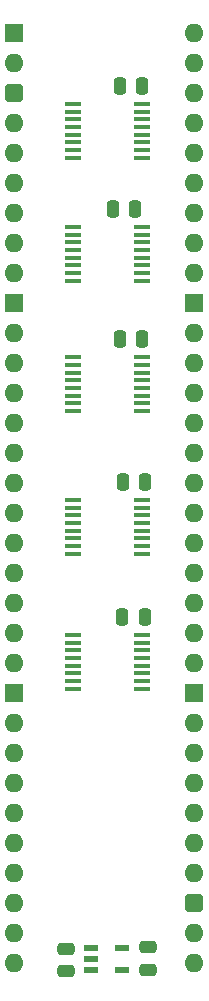
<source format=gts>
%TF.GenerationSoftware,KiCad,Pcbnew,8.0.4*%
%TF.CreationDate,2024-08-23T09:08:50+02:00*%
%TF.ProjectId,Selector 18bit,53656c65-6374-46f7-9220-31386269742e,V1*%
%TF.SameCoordinates,PX525bfc0PY43d3480*%
%TF.FileFunction,Soldermask,Top*%
%TF.FilePolarity,Negative*%
%FSLAX46Y46*%
G04 Gerber Fmt 4.6, Leading zero omitted, Abs format (unit mm)*
G04 Created by KiCad (PCBNEW 8.0.4) date 2024-08-23 09:08:50*
%MOMM*%
%LPD*%
G01*
G04 APERTURE LIST*
G04 Aperture macros list*
%AMRoundRect*
0 Rectangle with rounded corners*
0 $1 Rounding radius*
0 $2 $3 $4 $5 $6 $7 $8 $9 X,Y pos of 4 corners*
0 Add a 4 corners polygon primitive as box body*
4,1,4,$2,$3,$4,$5,$6,$7,$8,$9,$2,$3,0*
0 Add four circle primitives for the rounded corners*
1,1,$1+$1,$2,$3*
1,1,$1+$1,$4,$5*
1,1,$1+$1,$6,$7*
1,1,$1+$1,$8,$9*
0 Add four rect primitives between the rounded corners*
20,1,$1+$1,$2,$3,$4,$5,0*
20,1,$1+$1,$4,$5,$6,$7,0*
20,1,$1+$1,$6,$7,$8,$9,0*
20,1,$1+$1,$8,$9,$2,$3,0*%
G04 Aperture macros list end*
%ADD10R,1.450000X0.450000*%
%ADD11RoundRect,0.250000X0.475000X-0.250000X0.475000X0.250000X-0.475000X0.250000X-0.475000X-0.250000X0*%
%ADD12RoundRect,0.250000X0.250000X0.475000X-0.250000X0.475000X-0.250000X-0.475000X0.250000X-0.475000X0*%
%ADD13R,1.600000X1.600000*%
%ADD14O,1.600000X1.600000*%
%ADD15RoundRect,0.400000X-0.400000X-0.400000X0.400000X-0.400000X0.400000X0.400000X-0.400000X0.400000X0*%
%ADD16R,1.150000X0.600000*%
G04 APERTURE END LIST*
D10*
%TO.C,IC1*%
X4949000Y-27443000D03*
X4949000Y-28093000D03*
X4949000Y-28743000D03*
X4949000Y-29393000D03*
X4949000Y-30043000D03*
X4949000Y-30693000D03*
X4949000Y-31343000D03*
X4949000Y-31993000D03*
X10799000Y-31993000D03*
X10799000Y-31343000D03*
X10799000Y-30693000D03*
X10799000Y-30043000D03*
X10799000Y-29393000D03*
X10799000Y-28743000D03*
X10799000Y-28093000D03*
X10799000Y-27443000D03*
%TD*%
D11*
%TO.C,C45*%
X4348000Y-79420000D03*
X4348000Y-77520000D03*
%TD*%
D12*
%TO.C,C1*%
X10840000Y-25908000D03*
X8940000Y-25908000D03*
%TD*%
%TO.C,C5*%
X10840000Y-4445000D03*
X8940000Y-4445000D03*
%TD*%
D11*
%TO.C,C46*%
X11303000Y-79293000D03*
X11303000Y-77393000D03*
%TD*%
D13*
%TO.C,J2*%
X0Y0D03*
D14*
X0Y-2540000D03*
D15*
X0Y-5080000D03*
D14*
X0Y-7620000D03*
X0Y-10160000D03*
X0Y-12700000D03*
X0Y-15240000D03*
X0Y-17780000D03*
X0Y-20320000D03*
D13*
X0Y-22860000D03*
D14*
X0Y-25400000D03*
X0Y-27940000D03*
X0Y-30480000D03*
X0Y-33020000D03*
X0Y-35560000D03*
X0Y-38100000D03*
X0Y-40640000D03*
X0Y-43180000D03*
X0Y-45720000D03*
X0Y-48260000D03*
X0Y-50800000D03*
X0Y-53340000D03*
D13*
X0Y-55880000D03*
D14*
X0Y-58420000D03*
X0Y-60960000D03*
X0Y-63500000D03*
X0Y-66040000D03*
X0Y-68580000D03*
X0Y-71120000D03*
X0Y-73660000D03*
X0Y-76200000D03*
X0Y-78740000D03*
X15240000Y-78740000D03*
X15240000Y-76200000D03*
D15*
X15240000Y-73660000D03*
D14*
X15240000Y-71120000D03*
X15240000Y-68580000D03*
X15240000Y-66040000D03*
X15240000Y-63500000D03*
X15240000Y-60960000D03*
X15240000Y-58420000D03*
D13*
X15240000Y-55880000D03*
D14*
X15240000Y-53340000D03*
X15240000Y-50800000D03*
X15240000Y-48260000D03*
X15240000Y-45720000D03*
X15240000Y-43180000D03*
X15240000Y-40640000D03*
X15240000Y-38100000D03*
X15240000Y-35560000D03*
X15240000Y-33020000D03*
X15240000Y-30480000D03*
X15240000Y-27940000D03*
X15240000Y-25400000D03*
D13*
X15240000Y-22860000D03*
D14*
X15240000Y-20320000D03*
X15240000Y-17780000D03*
X15240000Y-15240000D03*
X15240000Y-12700000D03*
X15240000Y-10160000D03*
X15240000Y-7620000D03*
X15240000Y-5080000D03*
X15240000Y-2540000D03*
X15240000Y0D03*
%TD*%
D10*
%TO.C,IC2*%
X4949000Y-50938000D03*
X4949000Y-51588000D03*
X4949000Y-52238000D03*
X4949000Y-52888000D03*
X4949000Y-53538000D03*
X4949000Y-54188000D03*
X4949000Y-54838000D03*
X4949000Y-55488000D03*
X10799000Y-55488000D03*
X10799000Y-54838000D03*
X10799000Y-54188000D03*
X10799000Y-53538000D03*
X10799000Y-52888000D03*
X10799000Y-52238000D03*
X10799000Y-51588000D03*
X10799000Y-50938000D03*
%TD*%
D16*
%TO.C,IC42*%
X6477000Y-77409000D03*
X6477000Y-78359000D03*
X6477000Y-79309000D03*
X9077000Y-79309000D03*
X9077000Y-77409000D03*
%TD*%
D12*
%TO.C,C2*%
X11094000Y-37973000D03*
X9194000Y-37973000D03*
%TD*%
D10*
%TO.C,IC3*%
X4949000Y-39508000D03*
X4949000Y-40158000D03*
X4949000Y-40808000D03*
X4949000Y-41458000D03*
X4949000Y-42108000D03*
X4949000Y-42758000D03*
X4949000Y-43408000D03*
X4949000Y-44058000D03*
X10799000Y-44058000D03*
X10799000Y-43408000D03*
X10799000Y-42758000D03*
X10799000Y-42108000D03*
X10799000Y-41458000D03*
X10799000Y-40808000D03*
X10799000Y-40158000D03*
X10799000Y-39508000D03*
%TD*%
%TO.C,IC4*%
X4949000Y-16394000D03*
X4949000Y-17044000D03*
X4949000Y-17694000D03*
X4949000Y-18344000D03*
X4949000Y-18994000D03*
X4949000Y-19644000D03*
X4949000Y-20294000D03*
X4949000Y-20944000D03*
X10799000Y-20944000D03*
X10799000Y-20294000D03*
X10799000Y-19644000D03*
X10799000Y-18994000D03*
X10799000Y-18344000D03*
X10799000Y-17694000D03*
X10799000Y-17044000D03*
X10799000Y-16394000D03*
%TD*%
D12*
%TO.C,C4*%
X11044000Y-49403000D03*
X9144000Y-49403000D03*
%TD*%
D10*
%TO.C,IC5*%
X4949000Y-5980000D03*
X4949000Y-6630000D03*
X4949000Y-7280000D03*
X4949000Y-7930000D03*
X4949000Y-8580000D03*
X4949000Y-9230000D03*
X4949000Y-9880000D03*
X4949000Y-10530000D03*
X10799000Y-10530000D03*
X10799000Y-9880000D03*
X10799000Y-9230000D03*
X10799000Y-8580000D03*
X10799000Y-7930000D03*
X10799000Y-7280000D03*
X10799000Y-6630000D03*
X10799000Y-5980000D03*
%TD*%
D12*
%TO.C,C3*%
X10205000Y-14859000D03*
X8305000Y-14859000D03*
%TD*%
M02*

</source>
